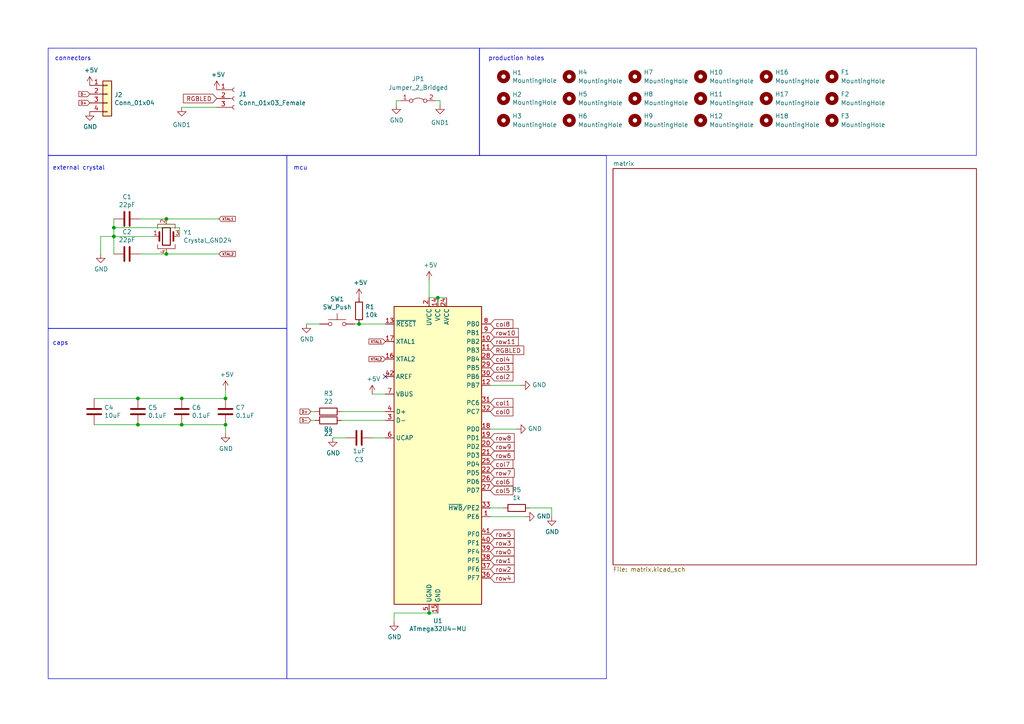
<source format=kicad_sch>
(kicad_sch (version 20230121) (generator eeschema)
  (paper "A4")
  (lib_symbols
    (symbol "Connector:Conn_01x03_Female" (pin_names (offset 1.016) hide)
      (property "Reference" "J" (at 0 5.08 0))
      (property "Value" "Conn_01x03_Female" (at 0 -5.08 0))
      (symbol "Conn_01x03_Female_1_1"
        (arc (start 0 -2.032) (mid -0.5058 -2.54) (end 0 -3.048) (stroke (width 0.1524)))
        (polyline (pts (xy -1.27 -2.54) (xy -0.508 -2.54)) (stroke (width 0.1524)))
        (polyline (pts (xy -1.27 0) (xy -0.508 0)) (stroke (width 0.1524)))
        (polyline (pts (xy -1.27 2.54) (xy -0.508 2.54)) (stroke (width 0.1524)))
        (arc (start 0 0.508) (mid -0.5058 0) (end 0 -0.508) (stroke (width 0.1524)))
        (arc (start 0 3.048) (mid -0.5058 2.54) (end 0 2.032) (stroke (width 0.1524)))
        (pin passive line (at -5.08 2.54 0) (length 3.81) (name "Pin_1") (number "1"))
        (pin passive line (at -5.08 0 0) (length 3.81) (name "Pin_2") (number "2"))
        (pin passive line (at -5.08 -2.54 0) (length 3.81) (name "Pin_3") (number "3"))
      )
    )
    (symbol "Connector_Generic:Conn_01x04" (pin_names (offset 1.016) hide)
      (property "Reference" "J" (at 0 5.08 0))
      (property "Value" "Conn_01x04" (at 0 -7.62 0))
      (symbol "Conn_01x04_1_1"
        (rectangle (start -1.27 -4.953) (end 0 -5.207) (stroke (width 0.1524)))
        (rectangle (start -1.27 -2.413) (end 0 -2.667) (stroke (width 0.1524)))
        (rectangle (start -1.27 0.127) (end 0 -0.127) (stroke (width 0.1524)))
        (rectangle (start -1.27 2.667) (end 0 2.413) (stroke (width 0.1524)))
        (rectangle (start -1.27 3.81) (end 1.27 -6.35) (stroke (width 0.254)) (fill (type background)))
        (pin passive line (at -5.08 2.54 0) (length 3.81) (name "Pin_1") (number "1"))
        (pin passive line (at -5.08 0 0) (length 3.81) (name "Pin_2") (number "2"))
        (pin passive line (at -5.08 -2.54 0) (length 3.81) (name "Pin_3") (number "3"))
        (pin passive line (at -5.08 -5.08 0) (length 3.81) (name "Pin_4") (number "4"))
      )
    )
    (symbol "Device:C" (pin_numbers hide) (pin_names (offset 0.254))
      (property "Reference" "C" (at 0.635 2.54 0))
      (property "Value" "C" (at 0.635 -2.54 0))
      (symbol "C_0_1"
        (polyline (pts (xy -2.032 -0.762) (xy 2.032 -0.762)) (stroke (width 0.508)))
        (polyline (pts (xy -2.032 0.762) (xy 2.032 0.762)) (stroke (width 0.508)))
      )
      (symbol "C_1_1"
        (pin passive line (at 0 3.81 270) (length 2.794) (name "~") (number "1"))
        (pin passive line (at 0 -3.81 90) (length 2.794) (name "~") (number "2"))
      )
    )
    (symbol "Device:Crystal_GND24" (pin_names (offset 1.016) hide)
      (property "Reference" "Y" (at 3.175 5.08 0))
      (property "Value" "Crystal_GND24" (at 3.175 3.175 0))
      (symbol "Crystal_GND24_0_1"
        (rectangle (start -1.143 2.54) (end 1.143 -2.54) (stroke (width 0.3048)))
        (polyline (pts (xy -2.54 0) (xy -2.032 0)))
        (polyline (pts (xy -2.032 -1.27) (xy -2.032 1.27)) (stroke (width 0.508)))
        (polyline (pts (xy 0 -3.81) (xy 0 -3.556)))
        (polyline (pts (xy 0 3.556) (xy 0 3.81)))
        (polyline (pts (xy 2.032 -1.27) (xy 2.032 1.27)) (stroke (width 0.508)))
        (polyline (pts (xy 2.032 0) (xy 2.54 0)))
        (polyline (pts (xy -2.54 -2.286) (xy -2.54 -3.556) (xy 2.54 -3.556) (xy 2.54 -2.286)))
        (polyline (pts (xy -2.54 2.286) (xy -2.54 3.556) (xy 2.54 3.556) (xy 2.54 2.286)))
      )
      (symbol "Crystal_GND24_1_1"
        (pin passive line (at -3.81 0 0) (length 1.27) (name "1") (number "1"))
        (pin passive line (at 0 5.08 270) (length 1.27) (name "2") (number "2"))
        (pin passive line (at 3.81 0 180) (length 1.27) (name "3") (number "3"))
        (pin passive line (at 0 -5.08 90) (length 1.27) (name "4") (number "4"))
      )
    )
    (symbol "Device:R" (pin_numbers hide) (pin_names (offset 0))
      (property "Reference" "R" (at 2.032 0 90))
      (property "Value" "R" (at 0 0 90))
      (symbol "R_0_1"
        (rectangle (start -1.016 -2.54) (end 1.016 2.54) (stroke (width 0.254)))
      )
      (symbol "R_1_1"
        (pin passive line (at 0 3.81 270) (length 1.27) (name "~") (number "1"))
        (pin passive line (at 0 -3.81 90) (length 1.27) (name "~") (number "2"))
      )
    )
    (symbol "Jumper:Jumper_2_Bridged" (pin_names (offset 0) hide)
      (property "Reference" "JP" (at 0 1.905 0))
      (property "Value" "Jumper_2_Bridged" (at 0 -2.54 0))
      (symbol "Jumper_2_Bridged_0_0"
        (circle (center -2.032 0) (radius 0.508))
        (circle (center 2.032 0) (radius 0.508))
      )
      (symbol "Jumper_2_Bridged_0_1"
        (arc (start 1.524 0.254) (mid 0 0.762) (end -1.524 0.254))
      )
      (symbol "Jumper_2_Bridged_1_1"
        (pin passive line (at -5.08 0 0) (length 2.54) (name "A") (number "1"))
        (pin passive line (at 5.08 0 180) (length 2.54) (name "B") (number "2"))
      )
    )
    (symbol "MCU_Microchip_ATmega:ATmega32U4-M"
      (property "Reference" "U" (at -12.7 44.45 0))
      (property "Value" "ATmega32U4-M" (at 2.54 -44.45 0))
      (symbol "ATmega32U4-M_0_1"
        (rectangle (start -12.7 -43.18) (end 12.7 43.18) (stroke (width 0.254)) (fill (type background)))
      )
      (symbol "ATmega32U4-M_1_1"
        (pin bidirectional line (at 15.24 -17.78 180) (length 2.54) (name "PE6") (number "1"))
        (pin bidirectional line (at 15.24 33.02 180) (length 2.54) (name "PB2") (number "10"))
        (pin bidirectional line (at 15.24 30.48 180) (length 2.54) (name "PB3") (number "11"))
        (pin bidirectional line (at 15.24 20.32 180) (length 2.54) (name "PB7") (number "12"))
        (pin input line (at -15.24 38.1 0) (length 2.54) (name "~{RESET}") (number "13"))
        (pin power_in line (at 0 45.72 270) (length 2.54) (name "VCC") (number "14"))
        (pin power_in line (at 0 -45.72 90) (length 2.54) (name "GND") (number "15"))
        (pin output line (at -15.24 27.94 0) (length 2.54) (name "XTAL2") (number "16"))
        (pin input line (at -15.24 33.02 0) (length 2.54) (name "XTAL1") (number "17"))
        (pin bidirectional line (at 15.24 7.62 180) (length 2.54) (name "PD0") (number "18"))
        (pin bidirectional line (at 15.24 5.08 180) (length 2.54) (name "PD1") (number "19"))
        (pin power_in line (at -2.54 45.72 270) (length 2.54) (name "UVCC") (number "2"))
        (pin bidirectional line (at 15.24 2.54 180) (length 2.54) (name "PD2") (number "20"))
        (pin bidirectional line (at 15.24 0 180) (length 2.54) (name "PD3") (number "21"))
        (pin bidirectional line (at 15.24 -5.08 180) (length 2.54) (name "PD5") (number "22"))
        (pin passive line (at 0 -45.72 90) (length 2.54) hide (name "GND") (number "23"))
        (pin power_in line (at 2.54 45.72 270) (length 2.54) (name "AVCC") (number "24"))
        (pin bidirectional line (at 15.24 -2.54 180) (length 2.54) (name "PD4") (number "25"))
        (pin bidirectional line (at 15.24 -7.62 180) (length 2.54) (name "PD6") (number "26"))
        (pin bidirectional line (at 15.24 -10.16 180) (length 2.54) (name "PD7") (number "27"))
        (pin bidirectional line (at 15.24 27.94 180) (length 2.54) (name "PB4") (number "28"))
        (pin bidirectional line (at 15.24 25.4 180) (length 2.54) (name "PB5") (number "29"))
        (pin bidirectional line (at -15.24 10.16 0) (length 2.54) (name "D-") (number "3"))
        (pin bidirectional line (at 15.24 22.86 180) (length 2.54) (name "PB6") (number "30"))
        (pin bidirectional line (at 15.24 15.24 180) (length 2.54) (name "PC6") (number "31"))
        (pin bidirectional line (at 15.24 12.7 180) (length 2.54) (name "PC7") (number "32"))
        (pin bidirectional line (at 15.24 -15.24 180) (length 2.54) (name "~{HWB}/PE2") (number "33"))
        (pin passive line (at 0 45.72 270) (length 2.54) hide (name "VCC") (number "34"))
        (pin passive line (at 0 -45.72 90) (length 2.54) hide (name "GND") (number "35"))
        (pin bidirectional line (at 15.24 -35.56 180) (length 2.54) (name "PF7") (number "36"))
        (pin bidirectional line (at 15.24 -33.02 180) (length 2.54) (name "PF6") (number "37"))
        (pin bidirectional line (at 15.24 -30.48 180) (length 2.54) (name "PF5") (number "38"))
        (pin bidirectional line (at 15.24 -27.94 180) (length 2.54) (name "PF4") (number "39"))
        (pin bidirectional line (at -15.24 12.7 0) (length 2.54) (name "D+") (number "4"))
        (pin bidirectional line (at 15.24 -25.4 180) (length 2.54) (name "PF1") (number "40"))
        (pin bidirectional line (at 15.24 -22.86 180) (length 2.54) (name "PF0") (number "41"))
        (pin passive line (at -15.24 22.86 0) (length 2.54) (name "AREF") (number "42"))
        (pin passive line (at 0 -45.72 90) (length 2.54) hide (name "GND") (number "43"))
        (pin passive line (at 2.54 45.72 270) (length 2.54) hide (name "AVCC") (number "44"))
        (pin passive line (at 0 -45.72 90) (length 2.54) hide (name "GND") (number "45"))
        (pin passive line (at -2.54 -45.72 90) (length 2.54) (name "UGND") (number "5"))
        (pin passive line (at -15.24 5.08 0) (length 2.54) (name "UCAP") (number "6"))
        (pin input line (at -15.24 17.78 0) (length 2.54) (name "VBUS") (number "7"))
        (pin bidirectional line (at 15.24 38.1 180) (length 2.54) (name "PB0") (number "8"))
        (pin bidirectional line (at 15.24 35.56 180) (length 2.54) (name "PB1") (number "9"))
      )
    )
    (symbol "Mechanical:MountingHole" (pin_names (offset 1.016))
      (property "Reference" "H" (at 0 5.08 0))
      (property "Value" "MountingHole" (at 0 3.175 0))
      (symbol "MountingHole_0_1"
        (circle (center 0 0) (radius 1.27) (stroke (width 1.27)))
      )
    )
    (symbol "Switch:SW_Push" (pin_numbers hide) (pin_names (offset 1.016) hide)
      (property "Reference" "SW" (at 1.27 2.54 0))
      (property "Value" "SW_Push" (at 0 -1.524 0))
      (symbol "SW_Push_0_1"
        (circle (center -2.032 0) (radius 0.508))
        (polyline (pts (xy 0 1.27) (xy 0 3.048)))
        (polyline (pts (xy 2.54 1.27) (xy -2.54 1.27)))
        (circle (center 2.032 0) (radius 0.508))
        (pin passive line (at -5.08 0 0) (length 2.54) (name "1") (number "1"))
        (pin passive line (at 5.08 0 180) (length 2.54) (name "2") (number "2"))
      )
    )
    (symbol "power:+5V" (power) (pin_names (offset 0))
      (property "Value" "+5V" (at 0 3.556 0))
      (symbol "+5V_0_1"
        (polyline (pts (xy -0.762 1.27) (xy 0 2.54)))
        (polyline (pts (xy 0 0) (xy 0 2.54)))
        (polyline (pts (xy 0 2.54) (xy 0.762 1.27)))
      )
      (symbol "+5V_1_1"
        (pin power_in line (at 0 0 90) (length 0) hide (name "+5V") (number "1"))
      )
    )
    (symbol "power:GND" (power) (pin_names (offset 0))
      (property "Value" "GND" (at 0 -3.81 0))
      (symbol "GND_0_1"
        (polyline (pts (xy 0 0) (xy 0 -1.27) (xy 1.27 -1.27) (xy 0 -2.54) (xy -1.27 -1.27) (xy 0 -1.27)))
      )
      (symbol "GND_1_1"
        (pin power_in line (at 0 0 270) (length 0) hide (name "GND") (number "1"))
      )
    )
    (symbol "power:GND1" (power) (pin_names (offset 0))
      (property "Value" "GND1" (at 0 -3.81 0))
      (symbol "GND1_0_1"
        (polyline (pts (xy 0 0) (xy 0 -1.27) (xy 1.27 -1.27) (xy 0 -2.54) (xy -1.27 -1.27) (xy 0 -1.27)))
      )
      (symbol "GND1_1_1"
        (pin power_in line (at 0 0 270) (length 0) hide (name "GND1") (number "1"))
      )
    )
  )
  (junction (at 52.705 123.19))
  (junction (at 124.46 177.8))
  (junction (at 40.005 115.57))
  (junction (at 48.26 63.5))
  (junction (at 104.14 93.98))
  (junction (at 52.705 115.57))
  (junction (at 65.405 123.19))
  (junction (at 127 86.36))
  (junction (at 40.005 123.19))
  (junction (at 48.26 73.66))
  (junction (at 33.02 68.58))
  (junction (at 33.02 66.04))
  (junction (at 65.405 115.57))
  (no_connect (at 111.76 109.22))
  (wire (pts (xy 65.405 123.19) (xy 65.405 125.73)))
  (wire (pts (xy 126.365 29.21) (xy 127.635 29.21)))
  (wire (pts (xy 124.46 177.8) (xy 127 177.8)))
  (wire (pts (xy 99.06 119.38) (xy 111.76 119.38)))
  (wire (pts (xy 29.21 68.58) (xy 29.21 73.66)))
  (wire (pts (xy 142.24 149.86) (xy 152.4 149.86)))
  (wire (pts (xy 65.405 115.57) (xy 65.405 113.03)))
  (wire (pts (xy 92.71 93.98) (xy 88.9 93.98)))
  (wire (pts (xy 160.02 147.32) (xy 160.02 149.86)))
  (wire (pts (xy 65.405 115.57) (xy 52.705 115.57)))
  (wire (pts (xy 52.705 31.115) (xy 62.865 31.115)))
  (wire (pts (xy 52.705 115.57) (xy 40.005 115.57)))
  (wire (pts (xy 33.02 66.04) (xy 33.02 68.58)))
  (wire (pts (xy 40.005 123.19) (xy 27.305 123.19)))
  (wire (pts (xy 127.635 29.21) (xy 127.635 30.48)))
  (wire (pts (xy 124.46 86.36) (xy 124.46 81.28)))
  (wire (pts (xy 116.205 29.21) (xy 114.935 29.21)))
  (wire (pts (xy 124.46 86.36) (xy 127 86.36)))
  (wire (pts (xy 33.02 63.5) (xy 33.02 66.04)))
  (wire (pts (xy 48.26 73.66) (xy 63.5 73.66)))
  (wire (pts (xy 104.14 93.98) (xy 102.87 93.98)))
  (wire (pts (xy 40.005 115.57) (xy 27.305 115.57)))
  (wire (pts (xy 149.86 124.46) (xy 142.24 124.46)))
  (wire (pts (xy 114.935 29.21) (xy 114.935 30.48)))
  (wire (pts (xy 114.3 177.8) (xy 114.3 180.34)))
  (wire (pts (xy 100.33 127) (xy 96.52 127)))
  (wire (pts (xy 52.07 68.58) (xy 52.07 66.04)))
  (wire (pts (xy 52.705 123.19) (xy 40.005 123.19)))
  (wire (pts (xy 48.26 63.5) (xy 63.5 63.5)))
  (wire (pts (xy 99.06 121.92) (xy 111.76 121.92)))
  (wire (pts (xy 153.67 147.32) (xy 160.02 147.32)))
  (wire (pts (xy 48.26 63.5) (xy 40.64 63.5)))
  (wire (pts (xy 44.45 68.58) (xy 33.02 68.58)))
  (wire (pts (xy 90.17 121.92) (xy 91.44 121.92)))
  (wire (pts (xy 65.405 123.19) (xy 52.705 123.19)))
  (wire (pts (xy 52.07 66.04) (xy 33.02 66.04)))
  (wire (pts (xy 48.26 73.66) (xy 40.64 73.66)))
  (wire (pts (xy 111.76 114.3) (xy 107.95 114.3)))
  (wire (pts (xy 142.24 111.76) (xy 151.13 111.76)))
  (wire (pts (xy 111.76 93.98) (xy 104.14 93.98)))
  (wire (pts (xy 33.02 68.58) (xy 29.21 68.58)))
  (wire (pts (xy 33.02 68.58) (xy 33.02 73.66)))
  (wire (pts (xy 114.3 177.8) (xy 124.46 177.8)))
  (wire (pts (xy 142.24 147.32) (xy 146.05 147.32)))
  (wire (pts (xy 127 86.36) (xy 129.54 86.36)))
  (wire (pts (xy 111.76 127) (xy 107.95 127)))
  (wire (pts (xy 90.17 119.38) (xy 91.44 119.38)))
  (rectangle (start 139.065 13.97) (end 283.21 45.085))
  (rectangle (start 83.185 45.085) (end 175.895 196.85))
  (rectangle (start 13.97 45.085) (end 83.185 95.25))
  (rectangle (start 13.97 13.97) (end 139.065 45.085))
  (rectangle (start 13.97 95.25) (end 83.185 196.85))
  (text "caps\n" (at 15.24 100.33 0) (effects (font (size 1.27 1.27)) (justify left bottom)))
  (text "connectors\n" (at 15.875 17.78 0) (effects (font (size 1.27 1.27)) (justify left bottom)))
  (text "production holes\n" (at 141.605 17.78 0) (effects (font (size 1.27 1.27)) (justify left bottom)))
  (text "mcu\n" (at 85.09 49.53 0) (effects (font (size 1.27 1.27)) (justify left bottom)))
  (text "external crystal\n" (at 15.24 49.53 0) (effects (font (size 1.27 1.27)) (justify left bottom)))
  (global_label "col6" (shape input) (at 142.24 139.7 0) (property "Intersheetrefs" "${INTERSHEET_REFS}" (effects hide)))
  (global_label "row4" (shape input) (at 142.24 167.64 0) (property "Intersheetrefs" "${INTERSHEET_REFS}" (effects hide)))
  (global_label "XTAL1" (shape input) (at 111.76 99.06 180) (effects (font (size 0.762 0.762))) (property "Intersheetrefs" "${INTERSHEET_REFS}" (effects hide)))
  (global_label "row0" (shape input) (at 142.24 160.02 0) (property "Intersheetrefs" "${INTERSHEET_REFS}" (effects hide)))
  (global_label "row9" (shape input) (at 142.24 129.54 0) (property "Intersheetrefs" "${INTERSHEET_REFS}" (effects hide)))
  (global_label "row3" (shape input) (at 142.24 157.48 0) (property "Intersheetrefs" "${INTERSHEET_REFS}" (effects hide)))
  (global_label "XTAL2" (shape input) (at 63.5 73.66 0) (effects (font (size 0.762 0.762))) (property "Intersheetrefs" "${INTERSHEET_REFS}" (effects hide)))
  (global_label "col0" (shape input) (at 142.24 119.38 0) (property "Intersheetrefs" "${INTERSHEET_REFS}" (effects hide)))
  (global_label "RGBLED" (shape input) (at 142.24 101.6 0) (property "Intersheetrefs" "${INTERSHEET_REFS}" (effects hide)))
  (global_label "XTAL2" (shape input) (at 111.76 104.14 180) (effects (font (size 0.762 0.762))) (property "Intersheetrefs" "${INTERSHEET_REFS}" (effects hide)))
  (global_label "row10" (shape input) (at 142.24 96.52 0) (property "Intersheetrefs" "${INTERSHEET_REFS}" (effects hide)))
  (global_label "D+" (shape input) (at 90.17 119.38 180) (effects (font (size 0.762 0.762))) (property "Intersheetrefs" "${INTERSHEET_REFS}" (effects hide)))
  (global_label "row6" (shape input) (at 142.24 132.08 0) (property "Intersheetrefs" "${INTERSHEET_REFS}" (effects hide)))
  (global_label "col7" (shape input) (at 142.24 134.62 0) (property "Intersheetrefs" "${INTERSHEET_REFS}" (effects hide)))
  (global_label "col8" (shape input) (at 142.24 93.98 0) (property "Intersheetrefs" "${INTERSHEET_REFS}" (effects hide)))
  (global_label "col3" (shape input) (at 142.24 106.68 0) (property "Intersheetrefs" "${INTERSHEET_REFS}" (effects hide)))
  (global_label "row2" (shape input) (at 142.24 165.1 0) (property "Intersheetrefs" "${INTERSHEET_REFS}" (effects hide)))
  (global_label "col2" (shape input) (at 142.24 109.22 0) (property "Intersheetrefs" "${INTERSHEET_REFS}" (effects hide)))
  (global_label "row8" (shape input) (at 142.24 127 0) (property "Intersheetrefs" "${INTERSHEET_REFS}" (effects hide)))
  (global_label "D-" (shape input) (at 90.17 121.92 180) (effects (font (size 0.762 0.762))) (property "Intersheetrefs" "${INTERSHEET_REFS}" (effects hide)))
  (global_label "D-" (shape input) (at 26.035 27.305 180) (effects (font (size 0.762 0.762))) (property "Intersheetrefs" "${INTERSHEET_REFS}" (effects hide)))
  (global_label "col1" (shape input) (at 142.24 116.84 0) (property "Intersheetrefs" "${INTERSHEET_REFS}" (effects hide)))
  (global_label "row5" (shape input) (at 142.24 154.94 0) (property "Intersheetrefs" "${INTERSHEET_REFS}" (effects hide)))
  (global_label "XTAL1" (shape input) (at 63.5 63.5 0) (effects (font (size 0.762 0.762))) (property "Intersheetrefs" "${INTERSHEET_REFS}" (effects hide)))
  (global_label "D+" (shape input) (at 26.035 29.845 180) (effects (font (size 0.762 0.762))) (property "Intersheetrefs" "${INTERSHEET_REFS}" (effects hide)))
  (global_label "row1" (shape input) (at 142.24 162.56 0) (property "Intersheetrefs" "${INTERSHEET_REFS}" (effects hide)))
  (global_label "col5" (shape input) (at 142.24 142.24 0) (property "Intersheetrefs" "${INTERSHEET_REFS}" (effects hide)))
  (global_label "row7" (shape input) (at 142.24 137.16 0) (property "Intersheetrefs" "${INTERSHEET_REFS}" (effects hide)))
  (global_label "col4" (shape input) (at 142.24 104.14 0) (property "Intersheetrefs" "${INTERSHEET_REFS}" (effects hide)))
  (global_label "RGBLED" (shape input) (at 62.865 28.575 180) (property "Intersheetrefs" "${INTERSHEET_REFS}" (effects hide)))
  (global_label "row11" (shape input) (at 142.24 99.06 0) (property "Intersheetrefs" "${INTERSHEET_REFS}" (effects hide)))
  (symbol (lib_id "Device:Crystal_GND24") (at 48.26 68.58 0) (unit 1)
    (property "Reference" "Y1" (at 53.1876 67.4116 0) (effects (justify left)))
    (property "Value" "Crystal_GND24" (at 53.1876 69.723 0) (effects (justify left)))
    (property "Footprint" "bevin:Crystal_SMD_3225-4Pin_3.2x2.5mm" (effects hide))
  )
  (symbol (lib_id "Device:C") (at 36.83 63.5 270) (unit 1)
    (property "Reference" "C1" (at 36.83 57.0992 90))
    (property "Value" "22pF" (at 36.83 59.4106 90))
    (property "Footprint" "Capacitor_SMD:C_0805_2012Metric" (effects hide))
  )
  (symbol (lib_id "Device:C") (at 36.83 73.66 270) (unit 1)
    (property "Reference" "C2" (at 36.83 67.2592 90))
    (property "Value" "22pF" (at 36.83 69.5706 90))
    (property "Footprint" "Capacitor_SMD:C_0805_2012Metric" (effects hide))
  )
  (symbol (lib_id "power:GND") (at 29.21 73.66 0) (unit 1)
    (property "Reference" "#PWR010" (effects hide))
    (property "Value" "GND" (at 29.337 78.0542 0))
  )
  (symbol (lib_id "Device:C") (at 27.305 119.38 180) (unit 1)
    (property "Reference" "C4" (at 30.226 118.2116 0) (effects (justify right)))
    (property "Value" "10uF" (at 30.226 120.523 0) (effects (justify right)))
    (property "Footprint" "Capacitor_SMD:C_0805_2012Metric" (effects hide))
  )
  (symbol (lib_id "Device:C") (at 40.005 119.38 180) (unit 1)
    (property "Reference" "C5" (at 42.926 118.2116 0) (effects (justify right)))
    (property "Value" "0.1uF" (at 42.926 120.523 0) (effects (justify right)))
    (property "Footprint" "Capacitor_SMD:C_0805_2012Metric" (effects hide))
  )
  (symbol (lib_id "Device:C") (at 52.705 119.38 180) (unit 1)
    (property "Reference" "C6" (at 55.626 118.2116 0) (effects (justify right)))
    (property "Value" "0.1uF" (at 55.626 120.523 0) (effects (justify right)))
    (property "Footprint" "Capacitor_SMD:C_0805_2012Metric" (effects hide))
  )
  (symbol (lib_id "Device:C") (at 65.405 119.38 180) (unit 1)
    (property "Reference" "C7" (at 68.326 118.2116 0) (effects (justify right)))
    (property "Value" "0.1uF" (at 68.326 120.523 0) (effects (justify right)))
    (property "Footprint" "Capacitor_SMD:C_0805_2012Metric" (effects hide))
  )
  (symbol (lib_id "power:+5V") (at 65.405 113.03 0) (unit 1)
    (property "Reference" "#PWR012" (effects hide))
    (property "Value" "+5V" (at 65.786 108.6358 0))
  )
  (symbol (lib_id "power:GND") (at 65.405 125.73 0) (unit 1)
    (property "Reference" "#PWR014" (effects hide))
    (property "Value" "GND" (at 65.532 130.1242 0))
  )
  (symbol (lib_id "power:GND") (at 88.9 93.98 0) (unit 1)
    (property "Reference" "#PWR07" (effects hide))
    (property "Value" "GND" (at 89.027 98.3742 0))
  )
  (symbol (lib_id "Device:R") (at 104.14 90.17 0) (unit 1)
    (property "Reference" "R1" (at 105.918 89.0016 0) (effects (justify left)))
    (property "Value" "10k" (at 105.918 91.313 0) (effects (justify left)))
    (property "Footprint" "Resistor_SMD:R_0805_2012Metric" (effects hide))
  )
  (symbol (lib_id "power:+5V") (at 104.14 86.36 0) (unit 1)
    (property "Reference" "#PWR06" (effects hide))
    (property "Value" "+5V" (at 104.521 81.9658 0))
  )
  (symbol (lib_id "power:+5V") (at 124.46 81.28 0) (unit 1)
    (property "Reference" "#PWR05" (effects hide))
    (property "Value" "+5V" (at 124.841 76.8858 0))
  )
  (symbol (lib_id "Switch:SW_Push") (at 97.79 93.98 0) (unit 1)
    (property "Reference" "SW1" (at 97.79 86.741 0))
    (property "Value" "SW_Push" (at 97.79 89.0524 0))
    (property "Footprint" "Button_Switch_SMD:SW_SPST_TL3342" (effects hide))
  )
  (symbol (lib_id "power:GND") (at 114.3 180.34 0) (unit 1)
    (property "Reference" "#PWR015" (effects hide))
    (property "Value" "GND" (at 114.427 184.7342 0))
  )
  (symbol (lib_id "power:+5V") (at 107.95 114.3 0) (unit 1)
    (property "Reference" "#PWR09" (effects hide))
    (property "Value" "+5V" (at 108.331 109.9058 0))
  )
  (symbol (lib_id "Device:C") (at 104.14 127 270) (unit 1)
    (property "Reference" "C3" (at 104.14 133.35 90))
    (property "Value" "1uF" (at 104.14 130.81 90))
    (property "Footprint" "Capacitor_SMD:C_0805_2012Metric" (effects hide))
  )
  (symbol (lib_id "power:GND") (at 96.52 127 0) (unit 1)
    (property "Reference" "#PWR011" (effects hide))
    (property "Value" "GND" (at 96.647 131.3942 0))
  )
  (symbol (lib_id "Connector_Generic:Conn_01x04") (at 31.115 27.305 0) (unit 1)
    (property "Reference" "J2" (at 33.147 27.5082 0) (effects (justify left)))
    (property "Value" "Conn_01x04" (at 33.147 29.8196 0) (effects (justify left)))
    (property "Footprint" "parts:JST-SR-4" (effects hide))
  )
  (symbol (lib_id "power:GND") (at 26.035 32.385 0) (unit 1)
    (property "Reference" "#PWR04" (effects hide))
    (property "Value" "GND" (at 26.162 36.7792 0))
  )
  (symbol (lib_id "Device:R") (at 95.25 119.38 270) (unit 1)
    (property "Reference" "R3" (at 95.25 114.1222 90))
    (property "Value" "22" (at 95.25 116.4336 90))
    (property "Footprint" "Resistor_SMD:R_0603_1608Metric" (effects hide))
  )
  (symbol (lib_id "Device:R") (at 95.25 121.92 270) (unit 1)
    (property "Reference" "R4" (at 95.25 124.46 90))
    (property "Value" "22" (at 95.25 125.73 90))
    (property "Footprint" "Resistor_SMD:R_0603_1608Metric" (effects hide))
  )
  (symbol (lib_id "Device:R") (at 149.86 147.32 270) (unit 1)
    (property "Reference" "R5" (at 149.86 142.0622 90))
    (property "Value" "1k" (at 149.86 144.3736 90))
    (property "Footprint" "Resistor_SMD:R_0805_2012Metric" (effects hide))
  )
  (symbol (lib_id "power:GND") (at 160.02 149.86 0) (unit 1)
    (property "Reference" "#PWR013" (effects hide))
    (property "Value" "GND" (at 160.147 154.2542 0))
  )
  (symbol (lib_id "MCU_Microchip_ATmega:ATmega32U4-M") (at 127 132.08 0) (unit 1)
    (property "Reference" "U1" (at 127 180.0606 0))
    (property "Value" "ATmega32U4-MU" (at 127 182.372 0))
    (property "Footprint" "Package_DFN_QFN:QFN-44-1EP_7x7mm_P0.5mm_EP5.2x5.2mm" (effects hide))
    (property "Datasheet" "http://ww1.microchip.com/downloads/en/DeviceDoc/Atmel-7766-8-bit-AVR-ATmega16U4-32U4_Datasheet.pdf" (effects hide))
  )
  (symbol (lib_id "Mechanical:MountingHole") (at 146.05 22.225 0) (unit 1)
    (property "Reference" "H1" (at 148.59 21.0566 0) (effects (justify left)))
    (property "Value" "MountingHole" (at 148.59 23.368 0) (effects (justify left)))
    (property "Footprint" "art:xcalla" (effects hide))
  )
  (symbol (lib_id "Mechanical:MountingHole") (at 146.05 28.575 0) (unit 1)
    (property "Reference" "H2" (at 148.59 27.4066 0) (effects (justify left)))
    (property "Value" "MountingHole" (at 148.59 29.718 0) (effects (justify left)))
    (property "Footprint" "art:text" (effects hide))
  )
  (symbol (lib_id "power:+5V") (at 62.865 26.035 0) (unit 1)
    (property "Reference" "#PWR01" (effects hide))
    (property "Value" "+5V" (at 63.246 21.6408 0))
  )
  (symbol (lib_id "power:+5V") (at 26.035 24.765 0) (unit 1)
    (property "Reference" "#PWR02" (effects hide))
    (property "Value" "+5V" (at 26.416 20.3708 0))
  )
  (symbol (lib_id "Jumper:Jumper_2_Bridged") (at 121.285 29.21 0) (unit 1)
    (property "Reference" "JP1" (at 121.285 22.86 0))
    (property "Value" "Jumper_2_Bridged" (at 121.285 25.4 0))
    (property "Footprint" "NetTie:NetTie-2_SMD_Pad0.5mm" (effects hide))
  )
  (symbol (lib_id "Mechanical:MountingHole") (at 165.1 28.575 0) (unit 1)
    (property "Reference" "H5" (at 167.64 27.3049 0) (effects (justify left)))
    (property "Value" "MountingHole" (at 167.64 29.8449 0) (effects (justify left)))
    (property "Footprint" "bevin:breakaway-mousebites" (effects hide))
  )
  (symbol (lib_id "power:GND1") (at 127.635 30.48 0) (unit 1)
    (property "Reference" "#PWR0104" (effects hide))
    (property "Value" "GND1" (at 127.635 35.56 0))
  )
  (symbol (lib_id "Mechanical:MountingHole") (at 203.2 22.225 0) (unit 1)
    (property "Reference" "H10" (at 205.74 20.9549 0) (effects (justify left)))
    (property "Value" "MountingHole" (at 205.74 23.4949 0) (effects (justify left)))
    (property "Footprint" "bevin:breakaway-mousebites" (effects hide))
  )
  (symbol (lib_id "Mechanical:MountingHole") (at 184.15 22.225 0) (unit 1)
    (property "Reference" "H7" (at 186.69 20.9549 0) (effects (justify left)))
    (property "Value" "MountingHole" (at 186.69 23.4949 0) (effects (justify left)))
    (property "Footprint" "bevin:breakaway-mousebites" (effects hide))
  )
  (symbol (lib_id "Mechanical:MountingHole") (at 222.25 22.225 0) (unit 1)
    (property "Reference" "H16" (at 224.79 20.9549 0) (effects (justify left)))
    (property "Value" "MountingHole" (at 224.79 23.4949 0) (effects (justify left)))
    (property "Footprint" "bevin:tooling hole" (effects hide))
  )
  (symbol (lib_id "Mechanical:MountingHole") (at 241.3 34.925 0) (unit 1)
    (property "Reference" "F3" (at 243.84 33.6549 0) (effects (justify left)))
    (property "Value" "MountingHole" (at 243.84 36.1949 0) (effects (justify left)))
    (property "Footprint" "Fiducial:Fiducial_1.5mm_Mask3mm" (effects hide))
  )
  (symbol (lib_id "power:GND") (at 152.4 149.86 90) (unit 1)
    (property "Reference" "#PWR0105" (effects hide))
    (property "Value" "GND" (at 155.6512 149.733 90) (effects (justify right)))
  )
  (symbol (lib_id "Mechanical:MountingHole") (at 146.05 34.925 0) (unit 1)
    (property "Reference" "H3" (at 148.59 33.6549 0) (effects (justify left)))
    (property "Value" "MountingHole" (at 148.59 36.1949 0) (effects (justify left)))
    (property "Footprint" "bevin:breakaway-mousebites" (effects hide))
  )
  (symbol (lib_id "Mechanical:MountingHole") (at 241.3 28.575 0) (unit 1)
    (property "Reference" "F2" (at 243.84 27.3049 0) (effects (justify left)))
    (property "Value" "MountingHole" (at 243.84 29.8449 0) (effects (justify left)))
    (property "Footprint" "Fiducial:Fiducial_1.5mm_Mask3mm" (effects hide))
  )
  (symbol (lib_id "power:GND") (at 114.935 30.48 0) (unit 1)
    (property "Reference" "#PWR0103" (effects hide))
    (property "Value" "GND" (at 115.062 34.8742 0))
  )
  (symbol (lib_id "Mechanical:MountingHole") (at 203.2 28.575 0) (unit 1)
    (property "Reference" "H11" (at 205.74 27.3049 0) (effects (justify left)))
    (property "Value" "MountingHole" (at 205.74 29.8449 0) (effects (justify left)))
    (property "Footprint" "bevin:breakaway-mousebites" (effects hide))
  )
  (symbol (lib_id "Mechanical:MountingHole") (at 222.25 34.925 0) (unit 1)
    (property "Reference" "H18" (at 224.79 33.6549 0) (effects (justify left)))
    (property "Value" "MountingHole" (at 224.79 36.1949 0) (effects (justify left)))
    (property "Footprint" "bevin:tooling hole" (effects hide))
  )
  (symbol (lib_id "Mechanical:MountingHole") (at 184.15 28.575 0) (unit 1)
    (property "Reference" "H8" (at 186.69 27.3049 0) (effects (justify left)))
    (property "Value" "MountingHole" (at 186.69 29.8449 0) (effects (justify left)))
    (property "Footprint" "bevin:breakaway-mousebites" (effects hide))
  )
  (symbol (lib_id "Mechanical:MountingHole") (at 222.25 28.575 0) (unit 1)
    (property "Reference" "H17" (at 224.79 27.3049 0) (effects (justify left)))
    (property "Value" "MountingHole" (at 224.79 29.8449 0) (effects (justify left)))
    (property "Footprint" "bevin:tooling hole" (effects hide))
  )
  (symbol (lib_id "power:GND") (at 151.13 111.76 90) (unit 1)
    (property "Reference" "#PWR0106" (effects hide))
    (property "Value" "GND" (at 154.3812 111.633 90) (effects (justify right)))
  )
  (symbol (lib_id "power:GND1") (at 52.705 31.115 0) (unit 1)
    (property "Reference" "#PWR0102" (effects hide))
    (property "Value" "GND1" (at 52.705 36.195 0))
  )
  (symbol (lib_id "Mechanical:MountingHole") (at 184.15 34.925 0) (unit 1)
    (property "Reference" "H9" (at 186.69 33.6549 0) (effects (justify left)))
    (property "Value" "MountingHole" (at 186.69 36.1949 0) (effects (justify left)))
    (property "Footprint" "bevin:breakaway-mousebites" (effects hide))
  )
  (symbol (lib_id "Mechanical:MountingHole") (at 203.2 34.925 0) (unit 1)
    (property "Reference" "H12" (at 205.74 33.6549 0) (effects (justify left)))
    (property "Value" "MountingHole" (at 205.74 36.1949 0) (effects (justify left)))
    (property "Footprint" "bevin:breakaway-mousebites" (effects hide))
  )
  (symbol (lib_id "Mechanical:MountingHole") (at 165.1 22.225 0) (unit 1)
    (property "Reference" "H4" (at 167.64 20.9549 0) (effects (justify left)))
    (property "Value" "MountingHole" (at 167.64 23.4949 0) (effects (justify left)))
    (property "Footprint" "bevin:breakaway-mousebites" (effects hide))
  )
  (symbol (lib_id "power:GND") (at 149.86 124.46 90) (unit 1)
    (property "Reference" "#PWR0101" (effects hide))
    (property "Value" "GND" (at 153.1112 124.333 90) (effects (justify right)))
  )
  (symbol (lib_id "Mechanical:MountingHole") (at 165.1 34.925 0) (unit 1)
    (property "Reference" "H6" (at 167.64 33.6549 0) (effects (justify left)))
    (property "Value" "MountingHole" (at 167.64 36.1949 0) (effects (justify left)))
    (property "Footprint" "bevin:breakaway-mousebites" (effects hide))
  )
  (symbol (lib_id "Mechanical:MountingHole") (at 241.3 22.225 0) (unit 1)
    (property "Reference" "F1" (at 243.84 20.9549 0) (effects (justify left)))
    (property "Value" "MountingHole" (at 243.84 23.4949 0) (effects (justify left)))
    (property "Footprint" "Fiducial:Fiducial_1.5mm_Mask3mm" (effects hide))
  )
  (symbol (lib_id "Connector:Conn_01x03_Female") (at 67.945 28.575 0) (unit 1)
    (property "Reference" "J1" (at 69.215 27.3049 0) (effects (justify left)))
    (property "Value" "Conn_01x03_Female" (at 69.215 29.8449 0) (effects (justify left)))
    (property "Footprint" "Connector_PinHeader_2.54mm:PinHeader_1x03_P2.54mm_Vertical" (effects hide))
  )
  (sheet (at 177.8 48.895) (size 105.41 114.935)
    (property "Sheetname" "matrix" (at 177.8 48.1834 0) (effects (justify left bottom)))
    (property "Sheetfile" "matrix.kicad_sch" (at 177.8 164.4146 0) (effects (justify left top)))
  )
)
</source>
